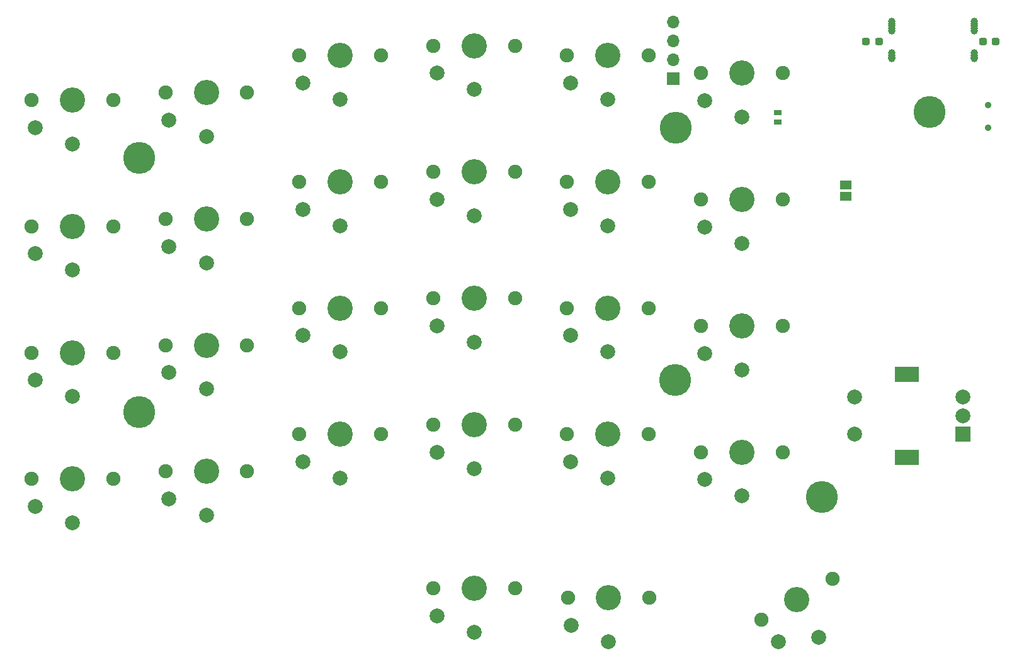
<source format=gts>
G04 #@! TF.GenerationSoftware,KiCad,Pcbnew,(5.99.0-8557-g8988e46ab1)*
G04 #@! TF.CreationDate,2021-01-24T23:58:03-07:00*
G04 #@! TF.ProjectId,BlueSof,426c7565-536f-4662-9e6b-696361645f70,rev?*
G04 #@! TF.SameCoordinates,PX85099e0PY51bada0*
G04 #@! TF.FileFunction,Soldermask,Top*
G04 #@! TF.FilePolarity,Negative*
%FSLAX46Y46*%
G04 Gerber Fmt 4.6, Leading zero omitted, Abs format (unit mm)*
G04 Created by KiCad (PCBNEW (5.99.0-8557-g8988e46ab1)) date 2021-01-24 23:58:03*
%MOMM*%
%LPD*%
G01*
G04 APERTURE LIST*
G04 Aperture macros list*
%AMRoundRect*
0 Rectangle with rounded corners*
0 $1 Rounding radius*
0 $2 $3 $4 $5 $6 $7 $8 $9 X,Y pos of 4 corners*
0 Add a 4 corners polygon primitive as box body*
4,1,4,$2,$3,$4,$5,$6,$7,$8,$9,$2,$3,0*
0 Add four circle primitives for the rounded corners*
1,1,$1+$1,$2,$3*
1,1,$1+$1,$4,$5*
1,1,$1+$1,$6,$7*
1,1,$1+$1,$8,$9*
0 Add four rect primitives between the rounded corners*
20,1,$1+$1,$2,$3,$4,$5,0*
20,1,$1+$1,$4,$5,$6,$7,0*
20,1,$1+$1,$6,$7,$8,$9,0*
20,1,$1+$1,$8,$9,$2,$3,0*%
G04 Aperture macros list end*
%ADD10C,1.900000*%
%ADD11C,3.400000*%
%ADD12C,2.000000*%
%ADD13R,1.700000X1.700000*%
%ADD14O,1.700000X1.700000*%
%ADD15RoundRect,0.237500X-0.287500X-0.237500X0.287500X-0.237500X0.287500X0.237500X-0.287500X0.237500X0*%
%ADD16R,2.000000X2.000000*%
%ADD17R,3.200000X2.000000*%
%ADD18C,1.000000*%
%ADD19R,1.000000X0.650000*%
%ADD20C,4.300000*%
%ADD21R,1.550000X1.200000*%
%ADD22C,0.900000*%
G04 APERTURE END LIST*
D10*
X39873000Y31600000D03*
X50873000Y31600000D03*
D11*
X45373000Y31600000D03*
D12*
X40373000Y27900000D03*
X45373000Y25700000D03*
D10*
X21873000Y34000000D03*
D11*
X27373000Y34000000D03*
D10*
X32873000Y34000000D03*
D12*
X22373000Y30300000D03*
X27373000Y28100000D03*
D10*
X-3127000Y34000000D03*
D11*
X-8627000Y34000000D03*
D10*
X-14127000Y34000000D03*
D12*
X-13627000Y30300000D03*
X-8627000Y28100000D03*
D10*
X-21127000Y29000000D03*
D11*
X-26627000Y29000000D03*
D10*
X-32127000Y29000000D03*
D12*
X-31627000Y25300000D03*
X-26627000Y23100000D03*
D10*
X-50127000Y28000000D03*
D11*
X-44627000Y28000000D03*
D10*
X-39127000Y28000000D03*
D12*
X-49627000Y24300000D03*
X-44627000Y22100000D03*
D11*
X45373000Y14600000D03*
D10*
X39873000Y14600000D03*
X50873000Y14600000D03*
D12*
X40373000Y10900000D03*
X45373000Y8700000D03*
D11*
X27373000Y17000000D03*
D10*
X32873000Y17000000D03*
X21873000Y17000000D03*
D12*
X22373000Y13300000D03*
X27373000Y11100000D03*
D10*
X14873000Y18300000D03*
D11*
X9373000Y18300000D03*
D10*
X3873000Y18300000D03*
D12*
X4373000Y14600000D03*
X9373000Y12400000D03*
D11*
X-8627000Y17000000D03*
D10*
X-14127000Y17000000D03*
X-3127000Y17000000D03*
D12*
X-13627000Y13300000D03*
X-8627000Y11100000D03*
D10*
X-39127000Y11000000D03*
D11*
X-44627000Y11000000D03*
D10*
X-50127000Y11000000D03*
D12*
X-49627000Y7300000D03*
X-44627000Y5100000D03*
D10*
X21873000Y0D03*
X32873000Y0D03*
D11*
X27373000Y0D03*
D12*
X22373000Y-3700000D03*
X27373000Y-5900000D03*
D11*
X9373000Y1300000D03*
D10*
X3873000Y1300000D03*
X14873000Y1300000D03*
D12*
X4373000Y-2400000D03*
X9373000Y-4600000D03*
D10*
X-3127000Y0D03*
X-14127000Y0D03*
D11*
X-8627000Y0D03*
D12*
X-13627000Y-3700000D03*
X-8627000Y-5900000D03*
D10*
X-21127000Y-5000000D03*
D11*
X-26627000Y-5000000D03*
D10*
X-32127000Y-5000000D03*
D12*
X-31627000Y-8700000D03*
X-26627000Y-10900000D03*
D10*
X39873000Y-19400000D03*
X50873000Y-19400000D03*
D11*
X45373000Y-19400000D03*
D12*
X40373000Y-23100000D03*
X45373000Y-25300000D03*
D10*
X3873000Y-15700000D03*
D11*
X9373000Y-15700000D03*
D10*
X14873000Y-15700000D03*
D12*
X4373000Y-19400000D03*
X9373000Y-21600000D03*
D11*
X-8627000Y-17000000D03*
D10*
X-14127000Y-17000000D03*
X-3127000Y-17000000D03*
D12*
X-13627000Y-20700000D03*
X-8627000Y-22900000D03*
D10*
X-21127000Y-22000000D03*
D11*
X-26627000Y-22000000D03*
D10*
X-32127000Y-22000000D03*
D12*
X-31627000Y-25700000D03*
X-26627000Y-27900000D03*
D10*
X-39127000Y-23000000D03*
X-50127000Y-23000000D03*
D11*
X-44627000Y-23000000D03*
D12*
X-49627000Y-26700000D03*
X-44627000Y-28900000D03*
D10*
X39873000Y-2400000D03*
D11*
X45373000Y-2400000D03*
D10*
X50873000Y-2400000D03*
D12*
X40373000Y-6100000D03*
X45373000Y-8300000D03*
D11*
X-26627000Y12000000D03*
D10*
X-32127000Y12000000D03*
X-21127000Y12000000D03*
D12*
X-31627000Y8300000D03*
X-26627000Y6100000D03*
D10*
X-39127000Y-6000000D03*
X-50127000Y-6000000D03*
D11*
X-44627000Y-6000000D03*
D12*
X-49627000Y-9700000D03*
X-44627000Y-11900000D03*
D10*
X3873000Y-37700000D03*
D11*
X9373000Y-37700000D03*
D10*
X14873000Y-37700000D03*
D12*
X4373000Y-41400000D03*
X9373000Y-43600000D03*
D10*
X3873000Y35300000D03*
D11*
X9373000Y35300000D03*
D10*
X14873000Y35300000D03*
D12*
X4373000Y31600000D03*
X9373000Y29400000D03*
D10*
X32873000Y-17000000D03*
X21873000Y-17000000D03*
D11*
X27373000Y-17000000D03*
D12*
X22373000Y-20700000D03*
X27373000Y-22900000D03*
D13*
X36173000Y30900000D03*
D14*
X36173000Y33440000D03*
X36173000Y35980000D03*
X36173000Y38520000D03*
D15*
X77773000Y35875000D03*
X79523000Y35875000D03*
D10*
X57536140Y-36450000D03*
X48009860Y-41950000D03*
D11*
X52773000Y-39200000D03*
D12*
X50292873Y-44904294D03*
X55723000Y-44309550D03*
D15*
X62073000Y35900000D03*
X63823000Y35900000D03*
D16*
X75073000Y-17000000D03*
D12*
X75073000Y-12000000D03*
X75073000Y-14500000D03*
D17*
X67573000Y-20100000D03*
X67573000Y-8900000D03*
D12*
X60573000Y-12000000D03*
X60573000Y-17000000D03*
D10*
X32973000Y-39000000D03*
D11*
X27473000Y-39000000D03*
D10*
X21973000Y-39000000D03*
D12*
X22473000Y-42700000D03*
X27473000Y-44900000D03*
D18*
X65497700Y37319900D03*
X76648300Y37332600D03*
X65497400Y34306000D03*
X76648300Y33789300D03*
X76648000Y33544000D03*
X65498000Y38539100D03*
X76648300Y37967600D03*
X65497400Y34043300D03*
X76648000Y34306000D03*
X65497700Y38259700D03*
X65497700Y33789300D03*
X76648600Y38551800D03*
X65497400Y33544000D03*
X76648300Y38272400D03*
X76648000Y34043300D03*
X76648300Y37624700D03*
X65497700Y37954900D03*
X65497700Y37612000D03*
D19*
X50171045Y25032000D03*
X50171045Y26302000D03*
D20*
X-35627000Y20175000D03*
D21*
X59323000Y15000000D03*
X59323000Y16600000D03*
D20*
X70648000Y26400000D03*
X36473000Y24275000D03*
X36373000Y-9725000D03*
X56148000Y-25400000D03*
X-35627000Y-14025000D03*
D22*
X78498000Y24300000D03*
X78498000Y27300000D03*
M02*

</source>
